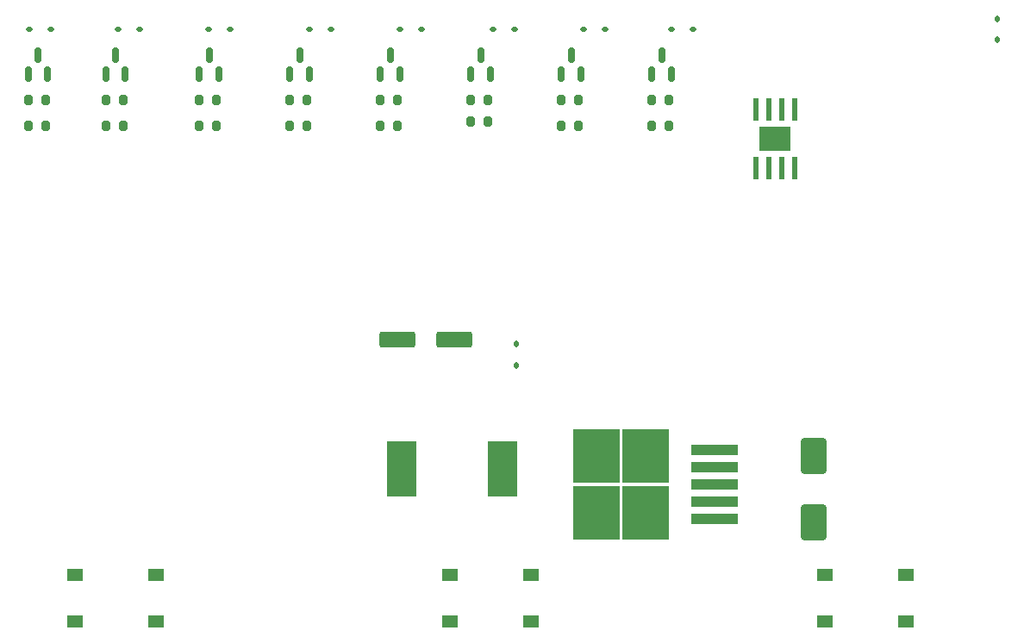
<source format=gbr>
%TF.GenerationSoftware,KiCad,Pcbnew,7.0.8*%
%TF.CreationDate,2024-01-17T19:39:17+01:00*%
%TF.ProjectId,openautolab,6f70656e-6175-4746-9f6c-61622e6b6963,rev?*%
%TF.SameCoordinates,Original*%
%TF.FileFunction,Paste,Top*%
%TF.FilePolarity,Positive*%
%FSLAX46Y46*%
G04 Gerber Fmt 4.6, Leading zero omitted, Abs format (unit mm)*
G04 Created by KiCad (PCBNEW 7.0.8) date 2024-01-17 19:39:17*
%MOMM*%
%LPD*%
G01*
G04 APERTURE LIST*
G04 Aperture macros list*
%AMRoundRect*
0 Rectangle with rounded corners*
0 $1 Rounding radius*
0 $2 $3 $4 $5 $6 $7 $8 $9 X,Y pos of 4 corners*
0 Add a 4 corners polygon primitive as box body*
4,1,4,$2,$3,$4,$5,$6,$7,$8,$9,$2,$3,0*
0 Add four circle primitives for the rounded corners*
1,1,$1+$1,$2,$3*
1,1,$1+$1,$4,$5*
1,1,$1+$1,$6,$7*
1,1,$1+$1,$8,$9*
0 Add four rect primitives between the rounded corners*
20,1,$1+$1,$2,$3,$4,$5,0*
20,1,$1+$1,$4,$5,$6,$7,0*
20,1,$1+$1,$6,$7,$8,$9,0*
20,1,$1+$1,$8,$9,$2,$3,0*%
G04 Aperture macros list end*
%ADD10RoundRect,0.200000X0.200000X0.275000X-0.200000X0.275000X-0.200000X-0.275000X0.200000X-0.275000X0*%
%ADD11R,1.550000X1.300000*%
%ADD12RoundRect,0.150000X0.150000X-0.587500X0.150000X0.587500X-0.150000X0.587500X-0.150000X-0.587500X0*%
%ADD13RoundRect,0.200000X-0.200000X-0.275000X0.200000X-0.275000X0.200000X0.275000X-0.200000X0.275000X0*%
%ADD14R,4.550000X5.250000*%
%ADD15R,4.600000X1.100000*%
%ADD16RoundRect,0.112500X0.187500X0.112500X-0.187500X0.112500X-0.187500X-0.112500X0.187500X-0.112500X0*%
%ADD17RoundRect,0.250000X-1.500000X-0.550000X1.500000X-0.550000X1.500000X0.550000X-1.500000X0.550000X0*%
%ADD18RoundRect,0.250000X-1.000000X1.500000X-1.000000X-1.500000X1.000000X-1.500000X1.000000X1.500000X0*%
%ADD19RoundRect,0.112500X0.112500X-0.187500X0.112500X0.187500X-0.112500X0.187500X-0.112500X-0.187500X0*%
%ADD20R,2.900000X5.400000*%
%ADD21R,0.500000X2.200000*%
%ADD22R,3.100000X2.400000*%
%ADD23RoundRect,0.112500X-0.112500X0.187500X-0.112500X-0.187500X0.112500X-0.187500X0.112500X0.187500X0*%
G04 APERTURE END LIST*
D10*
%TO.C,R9*%
X78077500Y-59027500D03*
X79727500Y-59027500D03*
%TD*%
D11*
%TO.C,SW0*%
X48095000Y-103160000D03*
X56045000Y-103160000D03*
X48095000Y-107660000D03*
X56045000Y-107660000D03*
%TD*%
D10*
%TO.C,R15*%
X104747500Y-59027500D03*
X106397500Y-59027500D03*
%TD*%
D12*
%TO.C,Q2*%
X51120000Y-53945000D03*
X53020000Y-53945000D03*
X52070000Y-52070000D03*
%TD*%
D13*
%TO.C,R14*%
X95857500Y-56487500D03*
X97507500Y-56487500D03*
%TD*%
D12*
%TO.C,Q7*%
X95857500Y-53947500D03*
X97757500Y-53947500D03*
X96807500Y-52072500D03*
%TD*%
D14*
%TO.C,U2*%
X104140000Y-96990000D03*
X104140000Y-91440000D03*
X99290000Y-96990000D03*
X99290000Y-91440000D03*
D15*
X110865000Y-97615000D03*
X110865000Y-95915000D03*
X110865000Y-94215000D03*
X110865000Y-92515000D03*
X110865000Y-90815000D03*
%TD*%
D12*
%TO.C,Q5*%
X78077500Y-53947500D03*
X79977500Y-53947500D03*
X79027500Y-52072500D03*
%TD*%
%TO.C,Q3*%
X60297500Y-53947500D03*
X62197500Y-53947500D03*
X61247500Y-52072500D03*
%TD*%
D10*
%TO.C,R11*%
X88617500Y-58582500D03*
X86967500Y-58582500D03*
%TD*%
D13*
%TO.C,R16*%
X104747500Y-56487500D03*
X106397500Y-56487500D03*
%TD*%
%TO.C,R6*%
X61947500Y-56487500D03*
X60297500Y-56487500D03*
%TD*%
D16*
%TO.C,D2*%
X52290000Y-49530000D03*
X54390000Y-49530000D03*
%TD*%
D17*
%TO.C,C1*%
X79750000Y-80010000D03*
X85350000Y-80010000D03*
%TD*%
D18*
%TO.C,C2*%
X120650000Y-91440000D03*
X120650000Y-97940000D03*
%TD*%
D10*
%TO.C,R5*%
X60297500Y-59027500D03*
X61947500Y-59027500D03*
%TD*%
D16*
%TO.C,D5*%
X80010000Y-49530000D03*
X82110000Y-49530000D03*
%TD*%
D10*
%TO.C,R7*%
X70837500Y-59027500D03*
X69187500Y-59027500D03*
%TD*%
D13*
%TO.C,R10*%
X78077500Y-56487500D03*
X79727500Y-56487500D03*
%TD*%
D10*
%TO.C,R13*%
X95857500Y-59027500D03*
X97507500Y-59027500D03*
%TD*%
D16*
%TO.C,D7*%
X100110000Y-49530000D03*
X98010000Y-49530000D03*
%TD*%
%TO.C,D9*%
X89120000Y-49530000D03*
X91220000Y-49530000D03*
%TD*%
D13*
%TO.C,R8*%
X69187500Y-56487500D03*
X70837500Y-56487500D03*
%TD*%
D12*
%TO.C,Q1*%
X44450000Y-52070000D03*
X45400000Y-53945000D03*
X43500000Y-53945000D03*
%TD*%
D16*
%TO.C,D3*%
X61180000Y-49530000D03*
X63280000Y-49530000D03*
%TD*%
D12*
%TO.C,Q6*%
X86967500Y-53947500D03*
X88867500Y-53947500D03*
X87917500Y-52072500D03*
%TD*%
D11*
%TO.C,SW2*%
X121755000Y-103160000D03*
X129705000Y-103160000D03*
X121755000Y-107660000D03*
X129705000Y-107660000D03*
%TD*%
%TO.C,SW1*%
X84925000Y-103160000D03*
X92875000Y-103160000D03*
X84925000Y-107660000D03*
X92875000Y-107660000D03*
%TD*%
D12*
%TO.C,Q8*%
X104747500Y-53947500D03*
X106647500Y-53947500D03*
X105697500Y-52072500D03*
%TD*%
%TO.C,Q4*%
X69187500Y-53947500D03*
X71087500Y-53947500D03*
X70137500Y-52072500D03*
%TD*%
D19*
%TO.C,D8*%
X91440000Y-80450000D03*
X91440000Y-82550000D03*
%TD*%
D20*
%TO.C,L1*%
X80140000Y-92710000D03*
X90040000Y-92710000D03*
%TD*%
D21*
%TO.C,U1*%
X114935000Y-57435000D03*
X116205000Y-57435000D03*
X117475000Y-57435000D03*
X118745000Y-57435000D03*
X118745000Y-63185000D03*
X117475000Y-63185000D03*
X116205000Y-63185000D03*
X114935000Y-63185000D03*
D22*
X116840000Y-60310000D03*
%TD*%
D10*
%TO.C,R3*%
X51120000Y-59025000D03*
X52770000Y-59025000D03*
%TD*%
D16*
%TO.C,D4*%
X71120000Y-49530000D03*
X73220000Y-49530000D03*
%TD*%
D10*
%TO.C,R2*%
X45150000Y-59025000D03*
X43500000Y-59025000D03*
%TD*%
D16*
%TO.C,D6*%
X106680000Y-49530000D03*
X108780000Y-49530000D03*
%TD*%
D13*
%TO.C,R12*%
X88617500Y-56487500D03*
X86967500Y-56487500D03*
%TD*%
%TO.C,R1*%
X45150000Y-56485000D03*
X43500000Y-56485000D03*
%TD*%
%TO.C,R4*%
X51120000Y-56485000D03*
X52770000Y-56485000D03*
%TD*%
D23*
%TO.C,D10*%
X138650000Y-50580000D03*
X138650000Y-48480000D03*
%TD*%
D16*
%TO.C,D1*%
X43620000Y-49530000D03*
X45720000Y-49530000D03*
%TD*%
M02*

</source>
